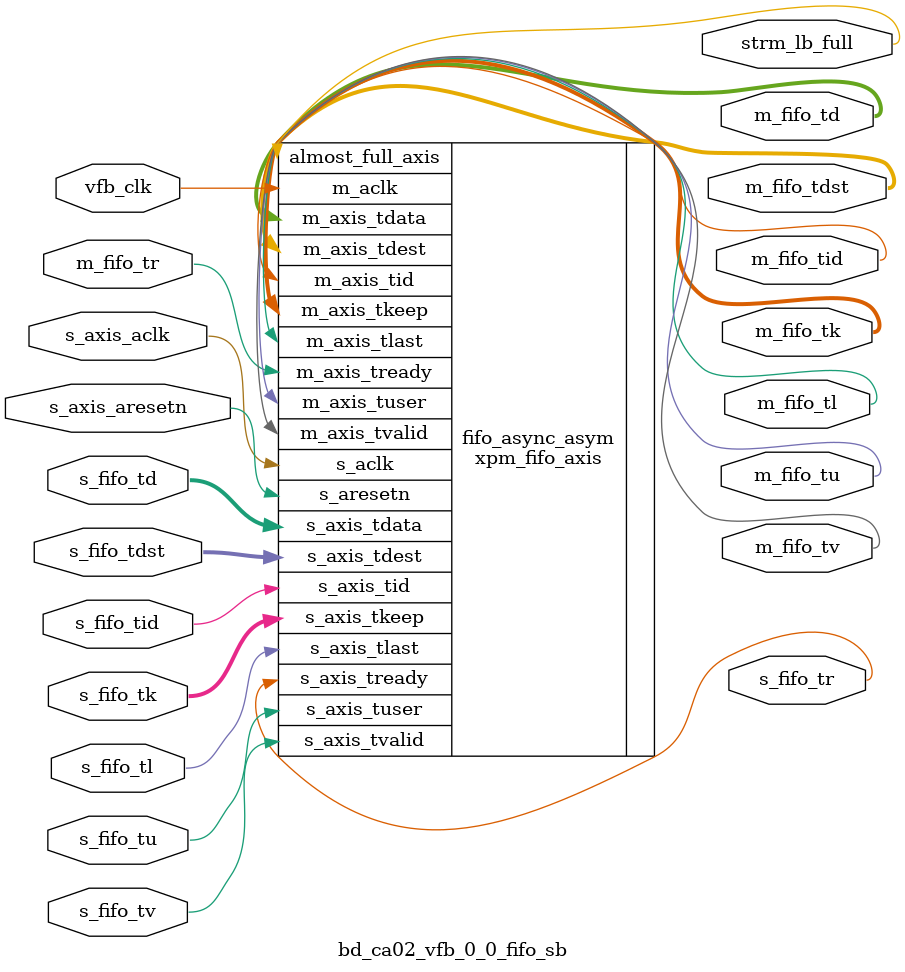
<source format=v>
`timescale 1ps/1ps
module bd_ca02_vfb_0_0_fifo_sb (
  input            s_axis_aclk    ,

  input         s_axis_aresetn ,
  input            vfb_clk        ,
  output    s_fifo_tr      ,
  input     s_fifo_tv      ,
  input      [64-1:0]  s_fifo_td      ,
  input      s_fifo_tid    ,   
  input      [1-1:0]  s_fifo_tu      ,
  input [9:0]      s_fifo_tdst      ,
  input      [8-1:0] s_fifo_tk      ,
  input      s_fifo_tl      ,
  input     m_fifo_tr      ,
  output     m_fifo_tv      ,
  output   [64-1:0]   m_fifo_td      ,
  output      m_fifo_tid    ,   
  output [9:0]    m_fifo_tdst    ,   
  output   [1-1:0]  m_fifo_tu      ,
  output    [8-1:0] m_fifo_tk      ,
  output      m_fifo_tl     , 
  output  strm_lb_full   
);

xpm_fifo_axis#(
      .CLOCKING_MODE("independent_clock"), // String
      .ECC_MODE("no_ecc"),            // String
      .FIFO_DEPTH(4096),              // DECIMAL
      .FIFO_MEMORY_TYPE("block"),      // String
      .PACKET_FIFO("false"),          // String
      .PROG_EMPTY_THRESH(10),         // DECIMAL
      .PROG_FULL_THRESH(4091),          // DECIMAL
      .RD_DATA_COUNT_WIDTH(1),        // DECIMAL
      .RELATED_CLOCKS(0),             // DECIMAL
      .SIM_ASSERT_CHK(0),             // DECIMAL; 0=disable simulation messages, 1=enable simulation messages
      .TDATA_WIDTH(64),               // DECIMAL
      .TDEST_WIDTH(10),                // DECIMAL
      .TID_WIDTH(1),                  // DECIMAL
      .TUSER_WIDTH(1),                // DECIMAL
      .USE_ADV_FEATURES("1008"),      // String
      .WR_DATA_COUNT_WIDTH(1)         // DECIMAL
 ) fifo_async_asym(
  .s_aclk            (s_axis_aclk    ),
  .s_aresetn         (s_axis_aresetn ),
  .m_aclk            (vfb_clk        ),
  .s_axis_tready     (s_fifo_tr      ),
  .s_axis_tvalid     (s_fifo_tv      ),
  .s_axis_tdata      (s_fifo_td      ),
  .s_axis_tid      ( s_fifo_tid      ),
  .s_axis_tuser      (s_fifo_tu      ),
  .s_axis_tdest      (s_fifo_tdst      ),
  .s_axis_tkeep      (s_fifo_tk      ),
  .s_axis_tlast      (s_fifo_tl      ),
  .m_axis_tready     (m_fifo_tr      ),
  .m_axis_tvalid     (m_fifo_tv      ),
  .m_axis_tdata      (m_fifo_td      ),
  .m_axis_tid        (m_fifo_tid      ),
  .m_axis_tdest      (m_fifo_tdst     ),
  .m_axis_tuser      (m_fifo_tu      ),
  .m_axis_tkeep      (m_fifo_tk      ),
  .m_axis_tlast      (m_fifo_tl      ),
  .almost_full_axis  (strm_lb_full   )
);
endmodule

</source>
